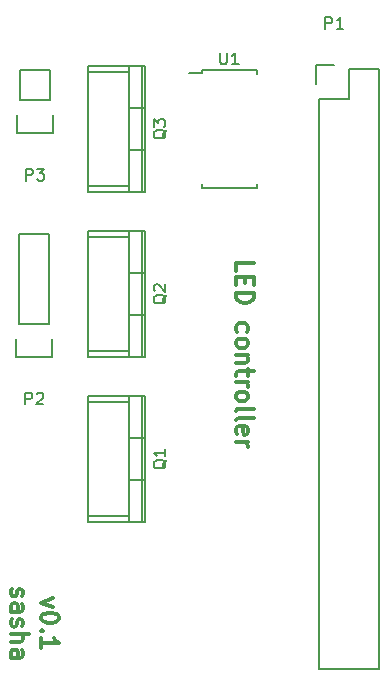
<source format=gbr>
G04 #@! TF.FileFunction,Legend,Top*
%FSLAX46Y46*%
G04 Gerber Fmt 4.6, Leading zero omitted, Abs format (unit mm)*
G04 Created by KiCad (PCBNEW 4.0.5+dfsg1-4) date Sun Aug 13 19:07:22 2017*
%MOMM*%
%LPD*%
G01*
G04 APERTURE LIST*
%ADD10C,0.100000*%
%ADD11C,0.300000*%
%ADD12C,0.150000*%
G04 APERTURE END LIST*
D10*
D11*
X68906429Y-145177144D02*
X67906429Y-145534287D01*
X68906429Y-145891429D01*
X69406429Y-146748572D02*
X69406429Y-146891429D01*
X69335000Y-147034286D01*
X69263571Y-147105715D01*
X69120714Y-147177144D01*
X68835000Y-147248572D01*
X68477857Y-147248572D01*
X68192143Y-147177144D01*
X68049286Y-147105715D01*
X67977857Y-147034286D01*
X67906429Y-146891429D01*
X67906429Y-146748572D01*
X67977857Y-146605715D01*
X68049286Y-146534286D01*
X68192143Y-146462858D01*
X68477857Y-146391429D01*
X68835000Y-146391429D01*
X69120714Y-146462858D01*
X69263571Y-146534286D01*
X69335000Y-146605715D01*
X69406429Y-146748572D01*
X68049286Y-147891429D02*
X67977857Y-147962857D01*
X67906429Y-147891429D01*
X67977857Y-147820000D01*
X68049286Y-147891429D01*
X67906429Y-147891429D01*
X67906429Y-149391429D02*
X67906429Y-148534286D01*
X67906429Y-148962858D02*
X69406429Y-148962858D01*
X69192143Y-148820001D01*
X69049286Y-148677143D01*
X68977857Y-148534286D01*
X65427857Y-144355714D02*
X65356429Y-144498571D01*
X65356429Y-144784286D01*
X65427857Y-144927143D01*
X65570714Y-144998571D01*
X65642143Y-144998571D01*
X65785000Y-144927143D01*
X65856429Y-144784286D01*
X65856429Y-144570000D01*
X65927857Y-144427143D01*
X66070714Y-144355714D01*
X66142143Y-144355714D01*
X66285000Y-144427143D01*
X66356429Y-144570000D01*
X66356429Y-144784286D01*
X66285000Y-144927143D01*
X65356429Y-146284286D02*
X66142143Y-146284286D01*
X66285000Y-146212857D01*
X66356429Y-146070000D01*
X66356429Y-145784286D01*
X66285000Y-145641429D01*
X65427857Y-146284286D02*
X65356429Y-146141429D01*
X65356429Y-145784286D01*
X65427857Y-145641429D01*
X65570714Y-145570000D01*
X65713571Y-145570000D01*
X65856429Y-145641429D01*
X65927857Y-145784286D01*
X65927857Y-146141429D01*
X65999286Y-146284286D01*
X65427857Y-146927143D02*
X65356429Y-147070000D01*
X65356429Y-147355715D01*
X65427857Y-147498572D01*
X65570714Y-147570000D01*
X65642143Y-147570000D01*
X65785000Y-147498572D01*
X65856429Y-147355715D01*
X65856429Y-147141429D01*
X65927857Y-146998572D01*
X66070714Y-146927143D01*
X66142143Y-146927143D01*
X66285000Y-146998572D01*
X66356429Y-147141429D01*
X66356429Y-147355715D01*
X66285000Y-147498572D01*
X65356429Y-148212858D02*
X66856429Y-148212858D01*
X65356429Y-148855715D02*
X66142143Y-148855715D01*
X66285000Y-148784286D01*
X66356429Y-148641429D01*
X66356429Y-148427144D01*
X66285000Y-148284286D01*
X66213571Y-148212858D01*
X65356429Y-150212858D02*
X66142143Y-150212858D01*
X66285000Y-150141429D01*
X66356429Y-149998572D01*
X66356429Y-149712858D01*
X66285000Y-149570001D01*
X65427857Y-150212858D02*
X65356429Y-150070001D01*
X65356429Y-149712858D01*
X65427857Y-149570001D01*
X65570714Y-149498572D01*
X65713571Y-149498572D01*
X65856429Y-149570001D01*
X65927857Y-149712858D01*
X65927857Y-150070001D01*
X65999286Y-150212858D01*
X84411429Y-117460001D02*
X84411429Y-116745715D01*
X85911429Y-116745715D01*
X85197143Y-117960001D02*
X85197143Y-118460001D01*
X84411429Y-118674287D02*
X84411429Y-117960001D01*
X85911429Y-117960001D01*
X85911429Y-118674287D01*
X84411429Y-119317144D02*
X85911429Y-119317144D01*
X85911429Y-119674287D01*
X85840000Y-119888572D01*
X85697143Y-120031430D01*
X85554286Y-120102858D01*
X85268571Y-120174287D01*
X85054286Y-120174287D01*
X84768571Y-120102858D01*
X84625714Y-120031430D01*
X84482857Y-119888572D01*
X84411429Y-119674287D01*
X84411429Y-119317144D01*
X84482857Y-122602858D02*
X84411429Y-122460001D01*
X84411429Y-122174287D01*
X84482857Y-122031429D01*
X84554286Y-121960001D01*
X84697143Y-121888572D01*
X85125714Y-121888572D01*
X85268571Y-121960001D01*
X85340000Y-122031429D01*
X85411429Y-122174287D01*
X85411429Y-122460001D01*
X85340000Y-122602858D01*
X84411429Y-123460001D02*
X84482857Y-123317143D01*
X84554286Y-123245715D01*
X84697143Y-123174286D01*
X85125714Y-123174286D01*
X85268571Y-123245715D01*
X85340000Y-123317143D01*
X85411429Y-123460001D01*
X85411429Y-123674286D01*
X85340000Y-123817143D01*
X85268571Y-123888572D01*
X85125714Y-123960001D01*
X84697143Y-123960001D01*
X84554286Y-123888572D01*
X84482857Y-123817143D01*
X84411429Y-123674286D01*
X84411429Y-123460001D01*
X85411429Y-124602858D02*
X84411429Y-124602858D01*
X85268571Y-124602858D02*
X85340000Y-124674286D01*
X85411429Y-124817144D01*
X85411429Y-125031429D01*
X85340000Y-125174286D01*
X85197143Y-125245715D01*
X84411429Y-125245715D01*
X85411429Y-125745715D02*
X85411429Y-126317144D01*
X85911429Y-125960001D02*
X84625714Y-125960001D01*
X84482857Y-126031429D01*
X84411429Y-126174287D01*
X84411429Y-126317144D01*
X84411429Y-126817144D02*
X85411429Y-126817144D01*
X85125714Y-126817144D02*
X85268571Y-126888572D01*
X85340000Y-126960001D01*
X85411429Y-127102858D01*
X85411429Y-127245715D01*
X84411429Y-127960001D02*
X84482857Y-127817143D01*
X84554286Y-127745715D01*
X84697143Y-127674286D01*
X85125714Y-127674286D01*
X85268571Y-127745715D01*
X85340000Y-127817143D01*
X85411429Y-127960001D01*
X85411429Y-128174286D01*
X85340000Y-128317143D01*
X85268571Y-128388572D01*
X85125714Y-128460001D01*
X84697143Y-128460001D01*
X84554286Y-128388572D01*
X84482857Y-128317143D01*
X84411429Y-128174286D01*
X84411429Y-127960001D01*
X84411429Y-129317144D02*
X84482857Y-129174286D01*
X84625714Y-129102858D01*
X85911429Y-129102858D01*
X84411429Y-130102858D02*
X84482857Y-129960000D01*
X84625714Y-129888572D01*
X85911429Y-129888572D01*
X84482857Y-131245714D02*
X84411429Y-131102857D01*
X84411429Y-130817143D01*
X84482857Y-130674286D01*
X84625714Y-130602857D01*
X85197143Y-130602857D01*
X85340000Y-130674286D01*
X85411429Y-130817143D01*
X85411429Y-131102857D01*
X85340000Y-131245714D01*
X85197143Y-131317143D01*
X85054286Y-131317143D01*
X84911429Y-130602857D01*
X84411429Y-131960000D02*
X85411429Y-131960000D01*
X85125714Y-131960000D02*
X85268571Y-132031428D01*
X85340000Y-132102857D01*
X85411429Y-132245714D01*
X85411429Y-132388571D01*
D12*
X96520000Y-151130000D02*
X96520000Y-100330000D01*
X91440000Y-102870000D02*
X91440000Y-151130000D01*
X96520000Y-151130000D02*
X91440000Y-151130000D01*
X96520000Y-100330000D02*
X93980000Y-100330000D01*
X92710000Y-100050000D02*
X91160000Y-100050000D01*
X93980000Y-100330000D02*
X93980000Y-102870000D01*
X93980000Y-102870000D02*
X91440000Y-102870000D01*
X91160000Y-100050000D02*
X91160000Y-101600000D01*
X68580000Y-121920000D02*
X68580000Y-114300000D01*
X66040000Y-121920000D02*
X66040000Y-114300000D01*
X65760000Y-124740000D02*
X65760000Y-123190000D01*
X68580000Y-114300000D02*
X66040000Y-114300000D01*
X66040000Y-121920000D02*
X68580000Y-121920000D01*
X68860000Y-123190000D02*
X68860000Y-124740000D01*
X68860000Y-124740000D02*
X65760000Y-124740000D01*
X66116200Y-102971600D02*
X66116200Y-100431600D01*
X65836200Y-105791600D02*
X65836200Y-104241600D01*
X66116200Y-102971600D02*
X68656200Y-102971600D01*
X68936200Y-104241600D02*
X68936200Y-105791600D01*
X68936200Y-105791600D02*
X65836200Y-105791600D01*
X68656200Y-102971600D02*
X68656200Y-100431600D01*
X68656200Y-100431600D02*
X66116200Y-100431600D01*
X75311000Y-138176000D02*
X71882000Y-138176000D01*
X75311000Y-128524000D02*
X71882000Y-128524000D01*
X76454000Y-138684000D02*
X76454000Y-128016000D01*
X75438000Y-135128000D02*
X76708000Y-135128000D01*
X75438000Y-131572000D02*
X76708000Y-131572000D01*
X75311000Y-128016000D02*
X75311000Y-138684000D01*
X71882000Y-138684000D02*
X71882000Y-128016000D01*
X76708000Y-128016000D02*
X71882000Y-128016000D01*
X76708000Y-138684000D02*
X71882000Y-138684000D01*
X76708000Y-138684000D02*
X76708000Y-128016000D01*
X75311000Y-124206000D02*
X71882000Y-124206000D01*
X75311000Y-114554000D02*
X71882000Y-114554000D01*
X76454000Y-124714000D02*
X76454000Y-114046000D01*
X75438000Y-121158000D02*
X76708000Y-121158000D01*
X75438000Y-117602000D02*
X76708000Y-117602000D01*
X75311000Y-114046000D02*
X75311000Y-124714000D01*
X71882000Y-124714000D02*
X71882000Y-114046000D01*
X76708000Y-114046000D02*
X71882000Y-114046000D01*
X76708000Y-124714000D02*
X71882000Y-124714000D01*
X76708000Y-124714000D02*
X76708000Y-114046000D01*
X75311000Y-110236000D02*
X71882000Y-110236000D01*
X75311000Y-100584000D02*
X71882000Y-100584000D01*
X76454000Y-110744000D02*
X76454000Y-100076000D01*
X75438000Y-107188000D02*
X76708000Y-107188000D01*
X75438000Y-103632000D02*
X76708000Y-103632000D01*
X75311000Y-100076000D02*
X75311000Y-110744000D01*
X71882000Y-110744000D02*
X71882000Y-100076000D01*
X76708000Y-100076000D02*
X71882000Y-100076000D01*
X76708000Y-110744000D02*
X71882000Y-110744000D01*
X76708000Y-110744000D02*
X76708000Y-100076000D01*
X81495000Y-100435000D02*
X81495000Y-100660000D01*
X86145000Y-100435000D02*
X86145000Y-100760000D01*
X86145000Y-110385000D02*
X86145000Y-110060000D01*
X81495000Y-110385000D02*
X81495000Y-110060000D01*
X81495000Y-100435000D02*
X86145000Y-100435000D01*
X81495000Y-110385000D02*
X86145000Y-110385000D01*
X81495000Y-100660000D02*
X80420000Y-100660000D01*
X91971905Y-96952381D02*
X91971905Y-95952381D01*
X92352858Y-95952381D01*
X92448096Y-96000000D01*
X92495715Y-96047619D01*
X92543334Y-96142857D01*
X92543334Y-96285714D01*
X92495715Y-96380952D01*
X92448096Y-96428571D01*
X92352858Y-96476190D01*
X91971905Y-96476190D01*
X93495715Y-96952381D02*
X92924286Y-96952381D01*
X93210000Y-96952381D02*
X93210000Y-95952381D01*
X93114762Y-96095238D01*
X93019524Y-96190476D01*
X92924286Y-96238095D01*
X66571905Y-128742381D02*
X66571905Y-127742381D01*
X66952858Y-127742381D01*
X67048096Y-127790000D01*
X67095715Y-127837619D01*
X67143334Y-127932857D01*
X67143334Y-128075714D01*
X67095715Y-128170952D01*
X67048096Y-128218571D01*
X66952858Y-128266190D01*
X66571905Y-128266190D01*
X67524286Y-127837619D02*
X67571905Y-127790000D01*
X67667143Y-127742381D01*
X67905239Y-127742381D01*
X68000477Y-127790000D01*
X68048096Y-127837619D01*
X68095715Y-127932857D01*
X68095715Y-128028095D01*
X68048096Y-128170952D01*
X67476667Y-128742381D01*
X68095715Y-128742381D01*
X66648105Y-109793981D02*
X66648105Y-108793981D01*
X67029058Y-108793981D01*
X67124296Y-108841600D01*
X67171915Y-108889219D01*
X67219534Y-108984457D01*
X67219534Y-109127314D01*
X67171915Y-109222552D01*
X67124296Y-109270171D01*
X67029058Y-109317790D01*
X66648105Y-109317790D01*
X67552867Y-108793981D02*
X68171915Y-108793981D01*
X67838581Y-109174933D01*
X67981439Y-109174933D01*
X68076677Y-109222552D01*
X68124296Y-109270171D01*
X68171915Y-109365410D01*
X68171915Y-109603505D01*
X68124296Y-109698743D01*
X68076677Y-109746362D01*
X67981439Y-109793981D01*
X67695724Y-109793981D01*
X67600486Y-109746362D01*
X67552867Y-109698743D01*
X78525619Y-133445238D02*
X78478000Y-133540476D01*
X78382762Y-133635714D01*
X78239905Y-133778571D01*
X78192286Y-133873810D01*
X78192286Y-133969048D01*
X78430381Y-133921429D02*
X78382762Y-134016667D01*
X78287524Y-134111905D01*
X78097048Y-134159524D01*
X77763714Y-134159524D01*
X77573238Y-134111905D01*
X77478000Y-134016667D01*
X77430381Y-133921429D01*
X77430381Y-133730952D01*
X77478000Y-133635714D01*
X77573238Y-133540476D01*
X77763714Y-133492857D01*
X78097048Y-133492857D01*
X78287524Y-133540476D01*
X78382762Y-133635714D01*
X78430381Y-133730952D01*
X78430381Y-133921429D01*
X78430381Y-132540476D02*
X78430381Y-133111905D01*
X78430381Y-132826191D02*
X77430381Y-132826191D01*
X77573238Y-132921429D01*
X77668476Y-133016667D01*
X77716095Y-133111905D01*
X78525619Y-119475238D02*
X78478000Y-119570476D01*
X78382762Y-119665714D01*
X78239905Y-119808571D01*
X78192286Y-119903810D01*
X78192286Y-119999048D01*
X78430381Y-119951429D02*
X78382762Y-120046667D01*
X78287524Y-120141905D01*
X78097048Y-120189524D01*
X77763714Y-120189524D01*
X77573238Y-120141905D01*
X77478000Y-120046667D01*
X77430381Y-119951429D01*
X77430381Y-119760952D01*
X77478000Y-119665714D01*
X77573238Y-119570476D01*
X77763714Y-119522857D01*
X78097048Y-119522857D01*
X78287524Y-119570476D01*
X78382762Y-119665714D01*
X78430381Y-119760952D01*
X78430381Y-119951429D01*
X77525619Y-119141905D02*
X77478000Y-119094286D01*
X77430381Y-118999048D01*
X77430381Y-118760952D01*
X77478000Y-118665714D01*
X77525619Y-118618095D01*
X77620857Y-118570476D01*
X77716095Y-118570476D01*
X77858952Y-118618095D01*
X78430381Y-119189524D01*
X78430381Y-118570476D01*
X78525619Y-105505238D02*
X78478000Y-105600476D01*
X78382762Y-105695714D01*
X78239905Y-105838571D01*
X78192286Y-105933810D01*
X78192286Y-106029048D01*
X78430381Y-105981429D02*
X78382762Y-106076667D01*
X78287524Y-106171905D01*
X78097048Y-106219524D01*
X77763714Y-106219524D01*
X77573238Y-106171905D01*
X77478000Y-106076667D01*
X77430381Y-105981429D01*
X77430381Y-105790952D01*
X77478000Y-105695714D01*
X77573238Y-105600476D01*
X77763714Y-105552857D01*
X78097048Y-105552857D01*
X78287524Y-105600476D01*
X78382762Y-105695714D01*
X78430381Y-105790952D01*
X78430381Y-105981429D01*
X77430381Y-105219524D02*
X77430381Y-104600476D01*
X77811333Y-104933810D01*
X77811333Y-104790952D01*
X77858952Y-104695714D01*
X77906571Y-104648095D01*
X78001810Y-104600476D01*
X78239905Y-104600476D01*
X78335143Y-104648095D01*
X78382762Y-104695714D01*
X78430381Y-104790952D01*
X78430381Y-105076667D01*
X78382762Y-105171905D01*
X78335143Y-105219524D01*
X83058095Y-98962381D02*
X83058095Y-99771905D01*
X83105714Y-99867143D01*
X83153333Y-99914762D01*
X83248571Y-99962381D01*
X83439048Y-99962381D01*
X83534286Y-99914762D01*
X83581905Y-99867143D01*
X83629524Y-99771905D01*
X83629524Y-98962381D01*
X84629524Y-99962381D02*
X84058095Y-99962381D01*
X84343809Y-99962381D02*
X84343809Y-98962381D01*
X84248571Y-99105238D01*
X84153333Y-99200476D01*
X84058095Y-99248095D01*
M02*

</source>
